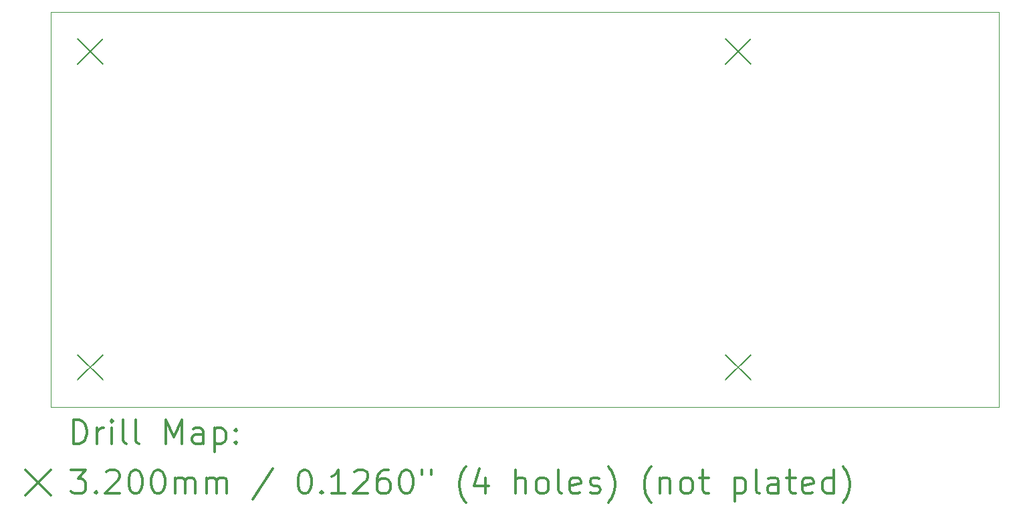
<source format=gbr>
%FSLAX45Y45*%
G04 Gerber Fmt 4.5, Leading zero omitted, Abs format (unit mm)*
G04 Created by KiCad (PCBNEW 5.1.10) date 2021-12-30 11:48:07*
%MOMM*%
%LPD*%
G01*
G04 APERTURE LIST*
%TA.AperFunction,Profile*%
%ADD10C,0.050000*%
%TD*%
%ADD11C,0.200000*%
%ADD12C,0.300000*%
G04 APERTURE END LIST*
D10*
X8640000Y-6930000D02*
X20640000Y-6930000D01*
X20640000Y-11930000D02*
X8640000Y-11930000D01*
X20640000Y-6930000D02*
X20640000Y-11930000D01*
X8640000Y-6930000D02*
X8640000Y-11930000D01*
D11*
X8980000Y-7270000D02*
X9300000Y-7590000D01*
X9300000Y-7270000D02*
X8980000Y-7590000D01*
X8980000Y-11270000D02*
X9300000Y-11590000D01*
X9300000Y-11270000D02*
X8980000Y-11590000D01*
X17180000Y-7270000D02*
X17500000Y-7590000D01*
X17500000Y-7270000D02*
X17180000Y-7590000D01*
X17180000Y-11270000D02*
X17500000Y-11590000D01*
X17500000Y-11270000D02*
X17180000Y-11590000D01*
D12*
X8923928Y-12398214D02*
X8923928Y-12098214D01*
X8995357Y-12098214D01*
X9038214Y-12112500D01*
X9066786Y-12141071D01*
X9081071Y-12169643D01*
X9095357Y-12226786D01*
X9095357Y-12269643D01*
X9081071Y-12326786D01*
X9066786Y-12355357D01*
X9038214Y-12383929D01*
X8995357Y-12398214D01*
X8923928Y-12398214D01*
X9223928Y-12398214D02*
X9223928Y-12198214D01*
X9223928Y-12255357D02*
X9238214Y-12226786D01*
X9252500Y-12212500D01*
X9281071Y-12198214D01*
X9309643Y-12198214D01*
X9409643Y-12398214D02*
X9409643Y-12198214D01*
X9409643Y-12098214D02*
X9395357Y-12112500D01*
X9409643Y-12126786D01*
X9423928Y-12112500D01*
X9409643Y-12098214D01*
X9409643Y-12126786D01*
X9595357Y-12398214D02*
X9566786Y-12383929D01*
X9552500Y-12355357D01*
X9552500Y-12098214D01*
X9752500Y-12398214D02*
X9723928Y-12383929D01*
X9709643Y-12355357D01*
X9709643Y-12098214D01*
X10095357Y-12398214D02*
X10095357Y-12098214D01*
X10195357Y-12312500D01*
X10295357Y-12098214D01*
X10295357Y-12398214D01*
X10566786Y-12398214D02*
X10566786Y-12241071D01*
X10552500Y-12212500D01*
X10523928Y-12198214D01*
X10466786Y-12198214D01*
X10438214Y-12212500D01*
X10566786Y-12383929D02*
X10538214Y-12398214D01*
X10466786Y-12398214D01*
X10438214Y-12383929D01*
X10423928Y-12355357D01*
X10423928Y-12326786D01*
X10438214Y-12298214D01*
X10466786Y-12283929D01*
X10538214Y-12283929D01*
X10566786Y-12269643D01*
X10709643Y-12198214D02*
X10709643Y-12498214D01*
X10709643Y-12212500D02*
X10738214Y-12198214D01*
X10795357Y-12198214D01*
X10823928Y-12212500D01*
X10838214Y-12226786D01*
X10852500Y-12255357D01*
X10852500Y-12341071D01*
X10838214Y-12369643D01*
X10823928Y-12383929D01*
X10795357Y-12398214D01*
X10738214Y-12398214D01*
X10709643Y-12383929D01*
X10981071Y-12369643D02*
X10995357Y-12383929D01*
X10981071Y-12398214D01*
X10966786Y-12383929D01*
X10981071Y-12369643D01*
X10981071Y-12398214D01*
X10981071Y-12212500D02*
X10995357Y-12226786D01*
X10981071Y-12241071D01*
X10966786Y-12226786D01*
X10981071Y-12212500D01*
X10981071Y-12241071D01*
X8317500Y-12732500D02*
X8637500Y-13052500D01*
X8637500Y-12732500D02*
X8317500Y-13052500D01*
X8895357Y-12728214D02*
X9081071Y-12728214D01*
X8981071Y-12842500D01*
X9023928Y-12842500D01*
X9052500Y-12856786D01*
X9066786Y-12871071D01*
X9081071Y-12899643D01*
X9081071Y-12971071D01*
X9066786Y-12999643D01*
X9052500Y-13013929D01*
X9023928Y-13028214D01*
X8938214Y-13028214D01*
X8909643Y-13013929D01*
X8895357Y-12999643D01*
X9209643Y-12999643D02*
X9223928Y-13013929D01*
X9209643Y-13028214D01*
X9195357Y-13013929D01*
X9209643Y-12999643D01*
X9209643Y-13028214D01*
X9338214Y-12756786D02*
X9352500Y-12742500D01*
X9381071Y-12728214D01*
X9452500Y-12728214D01*
X9481071Y-12742500D01*
X9495357Y-12756786D01*
X9509643Y-12785357D01*
X9509643Y-12813929D01*
X9495357Y-12856786D01*
X9323928Y-13028214D01*
X9509643Y-13028214D01*
X9695357Y-12728214D02*
X9723928Y-12728214D01*
X9752500Y-12742500D01*
X9766786Y-12756786D01*
X9781071Y-12785357D01*
X9795357Y-12842500D01*
X9795357Y-12913929D01*
X9781071Y-12971071D01*
X9766786Y-12999643D01*
X9752500Y-13013929D01*
X9723928Y-13028214D01*
X9695357Y-13028214D01*
X9666786Y-13013929D01*
X9652500Y-12999643D01*
X9638214Y-12971071D01*
X9623928Y-12913929D01*
X9623928Y-12842500D01*
X9638214Y-12785357D01*
X9652500Y-12756786D01*
X9666786Y-12742500D01*
X9695357Y-12728214D01*
X9981071Y-12728214D02*
X10009643Y-12728214D01*
X10038214Y-12742500D01*
X10052500Y-12756786D01*
X10066786Y-12785357D01*
X10081071Y-12842500D01*
X10081071Y-12913929D01*
X10066786Y-12971071D01*
X10052500Y-12999643D01*
X10038214Y-13013929D01*
X10009643Y-13028214D01*
X9981071Y-13028214D01*
X9952500Y-13013929D01*
X9938214Y-12999643D01*
X9923928Y-12971071D01*
X9909643Y-12913929D01*
X9909643Y-12842500D01*
X9923928Y-12785357D01*
X9938214Y-12756786D01*
X9952500Y-12742500D01*
X9981071Y-12728214D01*
X10209643Y-13028214D02*
X10209643Y-12828214D01*
X10209643Y-12856786D02*
X10223928Y-12842500D01*
X10252500Y-12828214D01*
X10295357Y-12828214D01*
X10323928Y-12842500D01*
X10338214Y-12871071D01*
X10338214Y-13028214D01*
X10338214Y-12871071D02*
X10352500Y-12842500D01*
X10381071Y-12828214D01*
X10423928Y-12828214D01*
X10452500Y-12842500D01*
X10466786Y-12871071D01*
X10466786Y-13028214D01*
X10609643Y-13028214D02*
X10609643Y-12828214D01*
X10609643Y-12856786D02*
X10623928Y-12842500D01*
X10652500Y-12828214D01*
X10695357Y-12828214D01*
X10723928Y-12842500D01*
X10738214Y-12871071D01*
X10738214Y-13028214D01*
X10738214Y-12871071D02*
X10752500Y-12842500D01*
X10781071Y-12828214D01*
X10823928Y-12828214D01*
X10852500Y-12842500D01*
X10866786Y-12871071D01*
X10866786Y-13028214D01*
X11452500Y-12713929D02*
X11195357Y-13099643D01*
X11838214Y-12728214D02*
X11866786Y-12728214D01*
X11895357Y-12742500D01*
X11909643Y-12756786D01*
X11923928Y-12785357D01*
X11938214Y-12842500D01*
X11938214Y-12913929D01*
X11923928Y-12971071D01*
X11909643Y-12999643D01*
X11895357Y-13013929D01*
X11866786Y-13028214D01*
X11838214Y-13028214D01*
X11809643Y-13013929D01*
X11795357Y-12999643D01*
X11781071Y-12971071D01*
X11766786Y-12913929D01*
X11766786Y-12842500D01*
X11781071Y-12785357D01*
X11795357Y-12756786D01*
X11809643Y-12742500D01*
X11838214Y-12728214D01*
X12066786Y-12999643D02*
X12081071Y-13013929D01*
X12066786Y-13028214D01*
X12052500Y-13013929D01*
X12066786Y-12999643D01*
X12066786Y-13028214D01*
X12366786Y-13028214D02*
X12195357Y-13028214D01*
X12281071Y-13028214D02*
X12281071Y-12728214D01*
X12252500Y-12771071D01*
X12223928Y-12799643D01*
X12195357Y-12813929D01*
X12481071Y-12756786D02*
X12495357Y-12742500D01*
X12523928Y-12728214D01*
X12595357Y-12728214D01*
X12623928Y-12742500D01*
X12638214Y-12756786D01*
X12652500Y-12785357D01*
X12652500Y-12813929D01*
X12638214Y-12856786D01*
X12466786Y-13028214D01*
X12652500Y-13028214D01*
X12909643Y-12728214D02*
X12852500Y-12728214D01*
X12823928Y-12742500D01*
X12809643Y-12756786D01*
X12781071Y-12799643D01*
X12766786Y-12856786D01*
X12766786Y-12971071D01*
X12781071Y-12999643D01*
X12795357Y-13013929D01*
X12823928Y-13028214D01*
X12881071Y-13028214D01*
X12909643Y-13013929D01*
X12923928Y-12999643D01*
X12938214Y-12971071D01*
X12938214Y-12899643D01*
X12923928Y-12871071D01*
X12909643Y-12856786D01*
X12881071Y-12842500D01*
X12823928Y-12842500D01*
X12795357Y-12856786D01*
X12781071Y-12871071D01*
X12766786Y-12899643D01*
X13123928Y-12728214D02*
X13152500Y-12728214D01*
X13181071Y-12742500D01*
X13195357Y-12756786D01*
X13209643Y-12785357D01*
X13223928Y-12842500D01*
X13223928Y-12913929D01*
X13209643Y-12971071D01*
X13195357Y-12999643D01*
X13181071Y-13013929D01*
X13152500Y-13028214D01*
X13123928Y-13028214D01*
X13095357Y-13013929D01*
X13081071Y-12999643D01*
X13066786Y-12971071D01*
X13052500Y-12913929D01*
X13052500Y-12842500D01*
X13066786Y-12785357D01*
X13081071Y-12756786D01*
X13095357Y-12742500D01*
X13123928Y-12728214D01*
X13338214Y-12728214D02*
X13338214Y-12785357D01*
X13452500Y-12728214D02*
X13452500Y-12785357D01*
X13895357Y-13142500D02*
X13881071Y-13128214D01*
X13852500Y-13085357D01*
X13838214Y-13056786D01*
X13823928Y-13013929D01*
X13809643Y-12942500D01*
X13809643Y-12885357D01*
X13823928Y-12813929D01*
X13838214Y-12771071D01*
X13852500Y-12742500D01*
X13881071Y-12699643D01*
X13895357Y-12685357D01*
X14138214Y-12828214D02*
X14138214Y-13028214D01*
X14066786Y-12713929D02*
X13995357Y-12928214D01*
X14181071Y-12928214D01*
X14523928Y-13028214D02*
X14523928Y-12728214D01*
X14652500Y-13028214D02*
X14652500Y-12871071D01*
X14638214Y-12842500D01*
X14609643Y-12828214D01*
X14566786Y-12828214D01*
X14538214Y-12842500D01*
X14523928Y-12856786D01*
X14838214Y-13028214D02*
X14809643Y-13013929D01*
X14795357Y-12999643D01*
X14781071Y-12971071D01*
X14781071Y-12885357D01*
X14795357Y-12856786D01*
X14809643Y-12842500D01*
X14838214Y-12828214D01*
X14881071Y-12828214D01*
X14909643Y-12842500D01*
X14923928Y-12856786D01*
X14938214Y-12885357D01*
X14938214Y-12971071D01*
X14923928Y-12999643D01*
X14909643Y-13013929D01*
X14881071Y-13028214D01*
X14838214Y-13028214D01*
X15109643Y-13028214D02*
X15081071Y-13013929D01*
X15066786Y-12985357D01*
X15066786Y-12728214D01*
X15338214Y-13013929D02*
X15309643Y-13028214D01*
X15252500Y-13028214D01*
X15223928Y-13013929D01*
X15209643Y-12985357D01*
X15209643Y-12871071D01*
X15223928Y-12842500D01*
X15252500Y-12828214D01*
X15309643Y-12828214D01*
X15338214Y-12842500D01*
X15352500Y-12871071D01*
X15352500Y-12899643D01*
X15209643Y-12928214D01*
X15466786Y-13013929D02*
X15495357Y-13028214D01*
X15552500Y-13028214D01*
X15581071Y-13013929D01*
X15595357Y-12985357D01*
X15595357Y-12971071D01*
X15581071Y-12942500D01*
X15552500Y-12928214D01*
X15509643Y-12928214D01*
X15481071Y-12913929D01*
X15466786Y-12885357D01*
X15466786Y-12871071D01*
X15481071Y-12842500D01*
X15509643Y-12828214D01*
X15552500Y-12828214D01*
X15581071Y-12842500D01*
X15695357Y-13142500D02*
X15709643Y-13128214D01*
X15738214Y-13085357D01*
X15752500Y-13056786D01*
X15766786Y-13013929D01*
X15781071Y-12942500D01*
X15781071Y-12885357D01*
X15766786Y-12813929D01*
X15752500Y-12771071D01*
X15738214Y-12742500D01*
X15709643Y-12699643D01*
X15695357Y-12685357D01*
X16238214Y-13142500D02*
X16223928Y-13128214D01*
X16195357Y-13085357D01*
X16181071Y-13056786D01*
X16166786Y-13013929D01*
X16152500Y-12942500D01*
X16152500Y-12885357D01*
X16166786Y-12813929D01*
X16181071Y-12771071D01*
X16195357Y-12742500D01*
X16223928Y-12699643D01*
X16238214Y-12685357D01*
X16352500Y-12828214D02*
X16352500Y-13028214D01*
X16352500Y-12856786D02*
X16366786Y-12842500D01*
X16395357Y-12828214D01*
X16438214Y-12828214D01*
X16466786Y-12842500D01*
X16481071Y-12871071D01*
X16481071Y-13028214D01*
X16666786Y-13028214D02*
X16638214Y-13013929D01*
X16623928Y-12999643D01*
X16609643Y-12971071D01*
X16609643Y-12885357D01*
X16623928Y-12856786D01*
X16638214Y-12842500D01*
X16666786Y-12828214D01*
X16709643Y-12828214D01*
X16738214Y-12842500D01*
X16752500Y-12856786D01*
X16766786Y-12885357D01*
X16766786Y-12971071D01*
X16752500Y-12999643D01*
X16738214Y-13013929D01*
X16709643Y-13028214D01*
X16666786Y-13028214D01*
X16852500Y-12828214D02*
X16966786Y-12828214D01*
X16895357Y-12728214D02*
X16895357Y-12985357D01*
X16909643Y-13013929D01*
X16938214Y-13028214D01*
X16966786Y-13028214D01*
X17295357Y-12828214D02*
X17295357Y-13128214D01*
X17295357Y-12842500D02*
X17323928Y-12828214D01*
X17381071Y-12828214D01*
X17409643Y-12842500D01*
X17423928Y-12856786D01*
X17438214Y-12885357D01*
X17438214Y-12971071D01*
X17423928Y-12999643D01*
X17409643Y-13013929D01*
X17381071Y-13028214D01*
X17323928Y-13028214D01*
X17295357Y-13013929D01*
X17609643Y-13028214D02*
X17581071Y-13013929D01*
X17566786Y-12985357D01*
X17566786Y-12728214D01*
X17852500Y-13028214D02*
X17852500Y-12871071D01*
X17838214Y-12842500D01*
X17809643Y-12828214D01*
X17752500Y-12828214D01*
X17723928Y-12842500D01*
X17852500Y-13013929D02*
X17823928Y-13028214D01*
X17752500Y-13028214D01*
X17723928Y-13013929D01*
X17709643Y-12985357D01*
X17709643Y-12956786D01*
X17723928Y-12928214D01*
X17752500Y-12913929D01*
X17823928Y-12913929D01*
X17852500Y-12899643D01*
X17952500Y-12828214D02*
X18066786Y-12828214D01*
X17995357Y-12728214D02*
X17995357Y-12985357D01*
X18009643Y-13013929D01*
X18038214Y-13028214D01*
X18066786Y-13028214D01*
X18281071Y-13013929D02*
X18252500Y-13028214D01*
X18195357Y-13028214D01*
X18166786Y-13013929D01*
X18152500Y-12985357D01*
X18152500Y-12871071D01*
X18166786Y-12842500D01*
X18195357Y-12828214D01*
X18252500Y-12828214D01*
X18281071Y-12842500D01*
X18295357Y-12871071D01*
X18295357Y-12899643D01*
X18152500Y-12928214D01*
X18552500Y-13028214D02*
X18552500Y-12728214D01*
X18552500Y-13013929D02*
X18523928Y-13028214D01*
X18466786Y-13028214D01*
X18438214Y-13013929D01*
X18423928Y-12999643D01*
X18409643Y-12971071D01*
X18409643Y-12885357D01*
X18423928Y-12856786D01*
X18438214Y-12842500D01*
X18466786Y-12828214D01*
X18523928Y-12828214D01*
X18552500Y-12842500D01*
X18666786Y-13142500D02*
X18681071Y-13128214D01*
X18709643Y-13085357D01*
X18723928Y-13056786D01*
X18738214Y-13013929D01*
X18752500Y-12942500D01*
X18752500Y-12885357D01*
X18738214Y-12813929D01*
X18723928Y-12771071D01*
X18709643Y-12742500D01*
X18681071Y-12699643D01*
X18666786Y-12685357D01*
M02*

</source>
